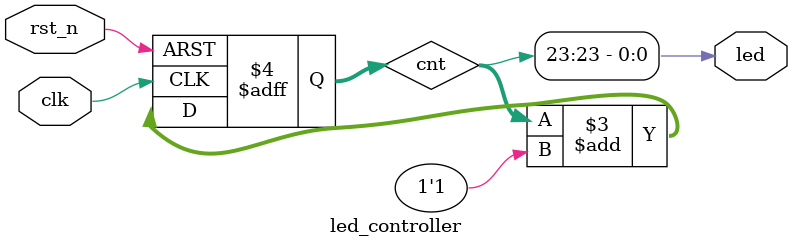
<source format=v>
module led_controller(
				
			input clk,		
			input rst_n,	

			output led		
		);
				

reg[23:0] cnt;

always @(posedge clk or negedge rst_n)
	if(!rst_n) cnt <= 24'd0;
	else cnt <= cnt+1'b1;

assign led = cnt[23];	
	

endmodule


</source>
